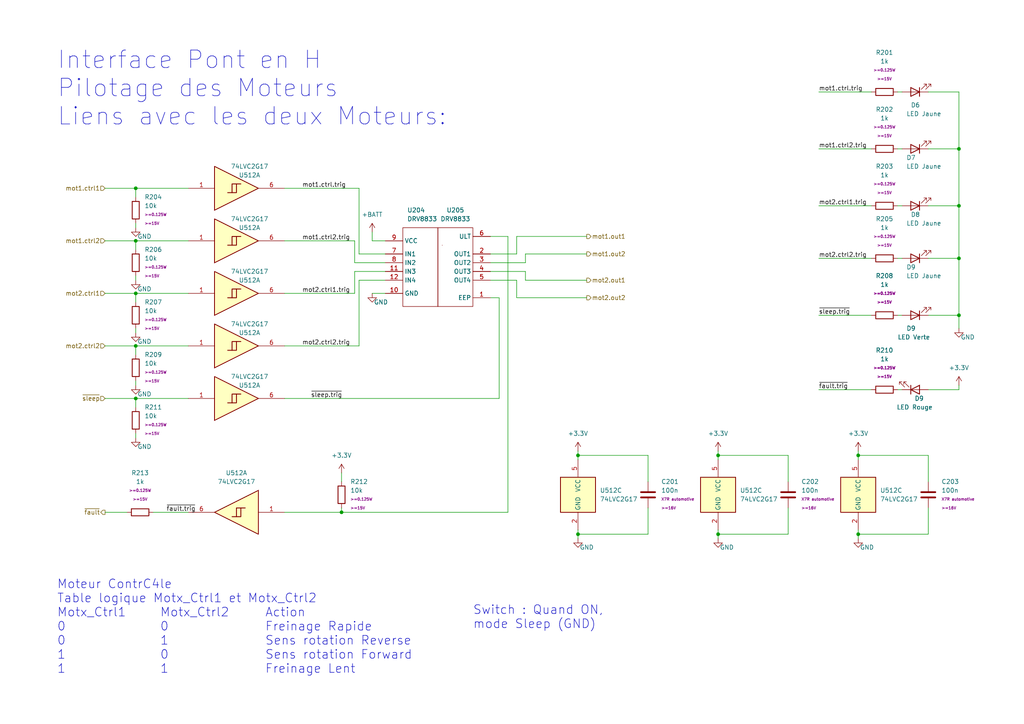
<source format=kicad_sch>
(kicad_sch (version 20230121) (generator eeschema)
  (paper "A4")
  (lib_symbols
    (symbol "0lib:DRV8833_EVM_IN"
      (property "Reference" "U202" (at -6.35 2.54 0))
      (property "Value" "DRV8833" (at -6.35 0 0))
      (symbol "DRV8833_EVM_IN_0_1"
        (rectangle (start -10.16 -2.54) (end 0 -25.4))
        (rectangle (start 1.27 -7.62) (end 1.27 -7.62))
      )
      (symbol "DRV8833_EVM_IN_1_1"
        (pin power_in line (at -15.24 -21.59 0) (length 5.08) (name "GND") (number "10"))
        (pin input line (at -15.24 -15.24 0) (length 5.08) (name "IN3") (number "11"))
        (pin input line (at -15.24 -17.78 0) (length 5.08) (name "IN4") (number "12"))
        (pin input line (at -15.24 -10.16 0) (length 5.08) (name "IN1") (number "7"))
        (pin input line (at -15.24 -12.7 0) (length 5.08) (name "IN2") (number "8"))
        (pin power_in line (at -15.24 -6.35 0) (length 5.08) (name "VCC") (number "9"))
      )
    )
    (symbol "0lib:DRV8833_EVM_OUT"
      (property "Reference" "U202" (at 5.08 2.54 0))
      (property "Value" "DRV8833" (at 5.08 0 0))
      (symbol "DRV8833_EVM_OUT_0_1"
        (rectangle (start 0 -2.54) (end 10.16 -25.4))
        (rectangle (start 1.27 -7.62) (end 1.27 -7.62))
      )
      (symbol "DRV8833_EVM_OUT_1_1"
        (pin input line (at 15.24 -22.86 180) (length 5.08) (name "EEP") (number "1"))
        (pin output line (at 15.24 -10.16 180) (length 5.08) (name "OUT1") (number "2"))
        (pin output line (at 15.24 -12.7 180) (length 5.08) (name "OUT2") (number "3"))
        (pin output line (at 15.24 -15.24 180) (length 5.08) (name "OUT3") (number "4"))
        (pin output line (at 15.24 -17.78 180) (length 5.08) (name "OUT4") (number "5"))
        (pin output line (at 15.24 -5.08 180) (length 5.08) (name "ULT") (number "6"))
      )
    )
    (symbol "74xGxx:74LVC2G17"
      (property "Reference" "U" (at -1.27 7.62 0))
      (property "Value" "74LVC2G17" (at 2.54 -7.62 0))
      (symbol "74LVC2G17_1_1"
        (polyline (pts (xy -2.54 1.27) (xy -1.27 1.27) (xy -1.27 -1.27)) (stroke (width 0.254)) (fill (type background)))
        (polyline (pts (xy -7.62 6.35) (xy -7.62 -6.35) (xy 5.08 0) (xy -7.62 6.35)) (stroke (width 0.254)) (fill (type background)))
        (polyline (pts (xy -3.81 1.27) (xy -2.54 1.27) (xy -2.54 -1.27) (xy 0 -1.27)) (stroke (width 0.254)) (fill (type background)))
        (pin input line (at -15.24 0 0) (length 7.62) (name "~") (number "1"))
        (pin output line (at 12.7 0 180) (length 7.62) (name "~") (number "6"))
      )
      (symbol "74LVC2G17_2_1"
        (polyline (pts (xy -2.54 1.27) (xy -1.27 1.27) (xy -1.27 -1.27)) (stroke (width 0.254)) (fill (type background)))
        (polyline (pts (xy -7.62 6.35) (xy -7.62 -6.35) (xy 5.08 0) (xy -7.62 6.35)) (stroke (width 0.254)) (fill (type background)))
        (polyline (pts (xy -3.81 1.27) (xy -2.54 1.27) (xy -2.54 -1.27) (xy 0 -1.27)) (stroke (width 0.254)) (fill (type background)))
        (pin input line (at -15.24 0 0) (length 7.62) (name "~") (number "3"))
        (pin output line (at 12.7 0 180) (length 7.62) (name "~") (number "4"))
      )
      (symbol "74LVC2G17_3_0"
        (rectangle (start -5.08 -5.08) (end 5.08 5.08) (stroke (width 0.254)) (fill (type background)))
      )
      (symbol "74LVC2G17_3_1"
        (pin power_in line (at 0 -10.16 90) (length 5.08) (name "GND") (number "2"))
        (pin power_in line (at 0 10.16 270) (length 5.08) (name "VCC") (number "5"))
      )
    )
    (symbol "Device:C" (pin_numbers hide) (pin_names (offset 0.254))
      (property "Reference" "C" (at 0.635 2.54 0))
      (property "Value" "C" (at 0.635 -2.54 0))
      (symbol "C_0_1"
        (polyline (pts (xy -2.032 -0.762) (xy 2.032 -0.762)) (stroke (width 0.508)))
        (polyline (pts (xy -2.032 0.762) (xy 2.032 0.762)) (stroke (width 0.508)))
      )
      (symbol "C_1_1"
        (pin passive line (at 0 3.81 270) (length 2.794) (name "~") (number "1"))
        (pin passive line (at 0 -3.81 90) (length 2.794) (name "~") (number "2"))
      )
    )
    (symbol "Device:LED" (pin_numbers hide) (pin_names (offset 1.016) hide)
      (property "Reference" "D" (at 0 2.54 0))
      (property "Value" "LED" (at 0 -2.54 0))
      (symbol "LED_0_1"
        (polyline (pts (xy -1.27 -1.27) (xy -1.27 1.27)) (stroke (width 0.254)))
        (polyline (pts (xy -1.27 0) (xy 1.27 0)))
        (polyline (pts (xy 1.27 -1.27) (xy 1.27 1.27) (xy -1.27 0) (xy 1.27 -1.27)) (stroke (width 0.254)))
        (polyline (pts (xy -3.048 -0.762) (xy -4.572 -2.286) (xy -3.81 -2.286) (xy -4.572 -2.286) (xy -4.572 -1.524)))
        (polyline (pts (xy -1.778 -0.762) (xy -3.302 -2.286) (xy -2.54 -2.286) (xy -3.302 -2.286) (xy -3.302 -1.524)))
      )
      (symbol "LED_1_1"
        (pin passive line (at -3.81 0 0) (length 2.54) (name "K") (number "1"))
        (pin passive line (at 3.81 0 180) (length 2.54) (name "A") (number "2"))
      )
    )
    (symbol "Device:R" (pin_numbers hide) (pin_names (offset 0))
      (property "Reference" "R" (at 2.032 0 90))
      (property "Value" "R" (at 0 0 90))
      (symbol "R_0_1"
        (rectangle (start -1.016 -2.54) (end 1.016 2.54) (stroke (width 0.254)))
      )
      (symbol "R_1_1"
        (pin passive line (at 0 3.81 270) (length 1.27) (name "~") (number "1"))
        (pin passive line (at 0 -3.81 90) (length 1.27) (name "~") (number "2"))
      )
    )
    (symbol "power:+3.3V" (power) (pin_names (offset 0))
      (property "Value" "+3.3V" (at 0 3.556 0))
      (symbol "+3.3V_0_1"
        (polyline (pts (xy -0.762 1.27) (xy 0 2.54)))
        (polyline (pts (xy 0 0) (xy 0 2.54)))
        (polyline (pts (xy 0 2.54) (xy 0.762 1.27)))
      )
      (symbol "+3.3V_1_1"
        (pin power_in line (at 0 0 90) (length 0) hide (name "+3.3V") (number "1"))
      )
    )
    (symbol "power:+BATT" (power) (pin_names (offset 0))
      (property "Value" "+BATT" (at 0 3.556 0))
      (symbol "+BATT_0_1"
        (polyline (pts (xy -0.762 1.27) (xy 0 2.54)))
        (polyline (pts (xy 0 0) (xy 0 2.54)))
        (polyline (pts (xy 0 2.54) (xy 0.762 1.27)))
      )
      (symbol "+BATT_1_1"
        (pin power_in line (at 0 0 90) (length 0) hide (name "+BATT") (number "1"))
      )
    )
    (symbol "power:GND" (power) (pin_names (offset 0))
      (property "Value" "GND" (at 0 -3.81 0))
      (symbol "GND_0_1"
        (polyline (pts (xy 0 0) (xy 0 -1.27) (xy 1.27 -1.27) (xy 0 -2.54) (xy -1.27 -1.27) (xy 0 -1.27)))
      )
      (symbol "GND_1_1"
        (pin power_in line (at 0 0 270) (length 0) hide (name "GND") (number "1"))
      )
    )
  )
  (junction (at 248.92 132.08))
  (junction (at 278.13 43.18))
  (junction (at 278.13 74.93))
  (junction (at 39.37 85.09))
  (junction (at 39.37 69.85))
  (junction (at 167.64 132.08))
  (junction (at 278.13 91.44))
  (junction (at 39.37 115.57))
  (junction (at 208.28 132.08))
  (junction (at 248.92 154.94))
  (junction (at 99.06 148.59))
  (junction (at 39.37 100.33))
  (junction (at 167.64 154.94))
  (junction (at 39.37 54.61))
  (junction (at 208.28 154.94))
  (junction (at 278.13 59.69))
  (wire (pts (xy 269.24 91.44) (xy 278.13 91.44)))
  (wire (pts (xy 142.24 81.28) (xy 149.86 81.28)))
  (wire (pts (xy 208.28 154.94) (xy 208.28 156.21)))
  (wire (pts (xy 278.13 43.18) (xy 278.13 59.69)))
  (wire (pts (xy 152.4 76.2) (xy 152.4 73.66)))
  (wire (pts (xy 208.28 153.67) (xy 208.28 154.94)))
  (wire (pts (xy 260.35 43.18) (xy 261.62 43.18)))
  (wire (pts (xy 99.06 137.16) (xy 99.06 139.7)))
  (wire (pts (xy 269.24 43.18) (xy 278.13 43.18)))
  (wire (pts (xy 44.45 148.59) (xy 54.61 148.59)))
  (wire (pts (xy 269.24 59.69) (xy 278.13 59.69)))
  (wire (pts (xy 187.96 139.7) (xy 187.96 132.08)))
  (wire (pts (xy 237.49 74.93) (xy 252.73 74.93)))
  (wire (pts (xy 39.37 85.09) (xy 39.37 87.63)))
  (wire (pts (xy 39.37 110.49) (xy 39.37 111.76)))
  (wire (pts (xy 278.13 91.44) (xy 278.13 95.25)))
  (wire (pts (xy 269.24 147.32) (xy 269.24 154.94)))
  (wire (pts (xy 111.76 73.66) (xy 104.14 73.66)))
  (wire (pts (xy 149.86 81.28) (xy 149.86 86.36)))
  (wire (pts (xy 107.95 67.31) (xy 107.95 69.85)))
  (wire (pts (xy 237.49 26.67) (xy 252.73 26.67)))
  (wire (pts (xy 260.35 74.93) (xy 261.62 74.93)))
  (wire (pts (xy 39.37 54.61) (xy 39.37 57.15)))
  (wire (pts (xy 208.28 130.81) (xy 208.28 132.08)))
  (wire (pts (xy 39.37 69.85) (xy 39.37 72.39)))
  (wire (pts (xy 260.35 113.03) (xy 261.62 113.03)))
  (wire (pts (xy 142.24 78.74) (xy 152.4 78.74)))
  (wire (pts (xy 167.64 154.94) (xy 167.64 156.21)))
  (wire (pts (xy 228.6 147.32) (xy 228.6 154.94)))
  (wire (pts (xy 82.55 85.09) (xy 102.87 85.09)))
  (wire (pts (xy 39.37 64.77) (xy 39.37 66.04)))
  (wire (pts (xy 30.48 85.09) (xy 39.37 85.09)))
  (wire (pts (xy 167.64 132.08) (xy 167.64 133.35)))
  (wire (pts (xy 111.76 78.74) (xy 102.87 78.74)))
  (wire (pts (xy 111.76 85.09) (xy 107.95 85.09)))
  (wire (pts (xy 30.48 115.57) (xy 39.37 115.57)))
  (wire (pts (xy 248.92 154.94) (xy 248.92 156.21)))
  (wire (pts (xy 39.37 95.25) (xy 39.37 96.52)))
  (wire (pts (xy 167.64 153.67) (xy 167.64 154.94)))
  (wire (pts (xy 142.24 76.2) (xy 152.4 76.2)))
  (wire (pts (xy 149.86 68.58) (xy 170.18 68.58)))
  (wire (pts (xy 82.55 148.59) (xy 99.06 148.59)))
  (wire (pts (xy 82.55 69.85) (xy 102.87 69.85)))
  (wire (pts (xy 39.37 85.09) (xy 54.61 85.09)))
  (wire (pts (xy 269.24 113.03) (xy 278.13 113.03)))
  (wire (pts (xy 104.14 81.28) (xy 104.14 100.33)))
  (wire (pts (xy 149.86 73.66) (xy 149.86 68.58)))
  (wire (pts (xy 82.55 100.33) (xy 104.14 100.33)))
  (wire (pts (xy 30.48 54.61) (xy 39.37 54.61)))
  (wire (pts (xy 269.24 139.7) (xy 269.24 132.08)))
  (wire (pts (xy 152.4 78.74) (xy 152.4 81.28)))
  (wire (pts (xy 278.13 113.03) (xy 278.13 111.76)))
  (wire (pts (xy 39.37 69.85) (xy 54.61 69.85)))
  (wire (pts (xy 111.76 76.2) (xy 102.87 76.2)))
  (wire (pts (xy 102.87 78.74) (xy 102.87 85.09)))
  (wire (pts (xy 228.6 132.08) (xy 208.28 132.08)))
  (wire (pts (xy 248.92 132.08) (xy 248.92 133.35)))
  (wire (pts (xy 102.87 76.2) (xy 102.87 69.85)))
  (wire (pts (xy 152.4 81.28) (xy 170.18 81.28)))
  (wire (pts (xy 278.13 26.67) (xy 278.13 43.18)))
  (wire (pts (xy 39.37 115.57) (xy 39.37 118.11)))
  (wire (pts (xy 39.37 54.61) (xy 54.61 54.61)))
  (wire (pts (xy 248.92 154.94) (xy 269.24 154.94)))
  (wire (pts (xy 237.49 59.69) (xy 252.73 59.69)))
  (wire (pts (xy 269.24 26.67) (xy 278.13 26.67)))
  (wire (pts (xy 30.48 69.85) (xy 39.37 69.85)))
  (wire (pts (xy 187.96 147.32) (xy 187.96 154.94)))
  (wire (pts (xy 278.13 74.93) (xy 278.13 91.44)))
  (wire (pts (xy 269.24 132.08) (xy 248.92 132.08)))
  (wire (pts (xy 228.6 139.7) (xy 228.6 132.08)))
  (wire (pts (xy 248.92 153.67) (xy 248.92 154.94)))
  (wire (pts (xy 39.37 115.57) (xy 54.61 115.57)))
  (wire (pts (xy 260.35 59.69) (xy 261.62 59.69)))
  (wire (pts (xy 30.48 100.33) (xy 39.37 100.33)))
  (wire (pts (xy 237.49 43.18) (xy 252.73 43.18)))
  (wire (pts (xy 82.55 115.57) (xy 144.78 115.57)))
  (wire (pts (xy 39.37 100.33) (xy 54.61 100.33)))
  (wire (pts (xy 142.24 68.58) (xy 147.32 68.58)))
  (wire (pts (xy 99.06 148.59) (xy 147.32 148.59)))
  (wire (pts (xy 260.35 91.44) (xy 261.62 91.44)))
  (wire (pts (xy 269.24 74.93) (xy 278.13 74.93)))
  (wire (pts (xy 248.92 130.81) (xy 248.92 132.08)))
  (wire (pts (xy 111.76 81.28) (xy 104.14 81.28)))
  (wire (pts (xy 111.76 69.85) (xy 107.95 69.85)))
  (wire (pts (xy 39.37 100.33) (xy 39.37 102.87)))
  (wire (pts (xy 39.37 80.01) (xy 39.37 81.28)))
  (wire (pts (xy 149.86 86.36) (xy 170.18 86.36)))
  (wire (pts (xy 187.96 132.08) (xy 167.64 132.08)))
  (wire (pts (xy 104.14 54.61) (xy 104.14 73.66)))
  (wire (pts (xy 208.28 132.08) (xy 208.28 133.35)))
  (wire (pts (xy 142.24 73.66) (xy 149.86 73.66)))
  (wire (pts (xy 237.49 91.44) (xy 252.73 91.44)))
  (wire (pts (xy 147.32 148.59) (xy 147.32 68.58)))
  (wire (pts (xy 144.78 86.36) (xy 144.78 115.57)))
  (wire (pts (xy 237.49 113.03) (xy 252.73 113.03)))
  (wire (pts (xy 39.37 125.73) (xy 39.37 127)))
  (wire (pts (xy 99.06 147.32) (xy 99.06 148.59)))
  (wire (pts (xy 260.35 26.67) (xy 261.62 26.67)))
  (wire (pts (xy 208.28 154.94) (xy 228.6 154.94)))
  (wire (pts (xy 278.13 59.69) (xy 278.13 74.93)))
  (wire (pts (xy 36.83 148.59) (xy 30.48 148.59)))
  (wire (pts (xy 167.64 154.94) (xy 187.96 154.94)))
  (wire (pts (xy 82.55 54.61) (xy 104.14 54.61)))
  (wire (pts (xy 152.4 73.66) (xy 170.18 73.66)))
  (wire (pts (xy 167.64 130.81) (xy 167.64 132.08)))
  (wire (pts (xy 142.24 86.36) (xy 144.78 86.36)))
  (text "Moteur ContrC4le\nTable logique Motx_Ctrl1 et Motx_Ctrl2\nMotx_Ctrl1	Motx_Ctrl2	Action\n0			0			Freinage Rapide\n0			1			Sens rotation Reverse\n1			0			Sens rotation Forward\n1			1			Freinage Lent\n" (at 16.51 195.58 0) (effects (font (size 2.54 2.54)) (justify left bottom)))
  (text "Switch : Quand ON,\nmode Sleep (GND)\n\n" (at 137.16 186.69 0) (effects (font (size 2.54 2.54)) (justify left bottom)))
  (text "Interface Pont en H\nPilotage des Moteurs\nLiens avec les deux Moteurs:\n" (at 16.51 36.83 0) (effects (font (size 5.08 5.08)) (justify left bottom)))
  (label "mot1.ctrl.trig" (at 237.49 26.67 0))
  (label "~{sleep.trig}" (at 237.49 91.44 0))
  (label "~{sleep.trig}" (at 90.17 115.57 0))
  (label "mot2.ctrl2.trig" (at 87.63 100.33 0))
  (label "mot2.ctrl1.trig" (at 237.49 59.69 0))
  (label "mot1.ctrl2.trig" (at 87.63 69.85 0))
  (label "mot1.ctrl.trig" (at 87.63 54.61 0))
  (label "~{fault.trig}" (at 237.49 113.03 0))
  (label "~{fault.trig}" (at 48.26 148.59 0))
  (label "mot1.ctrl2.trig" (at 237.49 43.18 0))
  (label "mot2.ctrl2.trig" (at 237.49 74.93 0))
  (label "mot2.ctrl1.trig" (at 87.63 85.09 0))
  (hierarchical_label "mot2.out1" (shape output) (at 170.18 81.28 0))
  (hierarchical_label "mot1.out2" (shape output) (at 170.18 73.66 0))
  (hierarchical_label "mot2.ctrl2" (shape input) (at 30.48 100.33 180))
  (hierarchical_label "~{sleep}" (shape input) (at 30.48 115.57 180))
  (hierarchical_label "mot1.ctrl2" (shape input) (at 30.48 69.85 180))
  (hierarchical_label "~{fault}" (shape output) (at 30.48 148.59 180))
  (hierarchical_label "mot2.out2" (shape output) (at 170.18 86.36 0))
  (hierarchical_label "mot1.ctrl1" (shape input) (at 30.48 54.61 180))
  (hierarchical_label "mot2.ctrl1" (shape input) (at 30.48 85.09 180))
  (hierarchical_label "mot1.out1" (shape output) (at 170.18 68.58 0))
  (symbol (lib_id "power:GND") (at 167.64 156.21 0) (unit 1)
    (property "Reference" "#PWR015" (effects hide))
    (property "Value" "GND" (at 170.18 158.75 0))
    (instances (project "Projet 3eme Annee - ROBOT" (path "" (reference "#PWR015") (unit 1))) (project "robot-5A" (path "" (reference "#PWR0214") (unit 1)) (path "" (reference "#PWR0518") (unit 1)) (path "" (reference "#PWR0528") (unit 1)) (path "" (reference "#PWR0538") (unit 1)) (path "" (reference "#PWR0573") (unit 1)) (path "" (reference "#PWR0558") (unit 1)) (path "" (reference "#PWR0568") (unit 1))) (project "Schema Racine" (path "" (reference "#PWR07") (unit 1)) (path "" (reference "#PWR046") (unit 1))))
  )
  (symbol (lib_id "power:GND") (at 39.37 81.28 0) (unit 1)
    (property "Reference" "#PWR015" (effects hide))
    (property "Value" "GND" (at 41.91 83.82 0))
    (instances (project "Projet 3eme Annee - ROBOT" (path "" (reference "#PWR015") (unit 1))) (project "robot-5A" (path "" (reference "#PWR0203") (unit 1))) (project "Schema Racine" (path "" (reference "#PWR07") (unit 1)) (path "" (reference "#PWR046") (unit 1))))
  )
  (symbol (lib_id "0lib:DRV8833_EVM_IN") (at 127 63.5 0) (unit 1)
    (property "Reference" "U204" (at 118.11 60.96 0) (effects (justify left)))
    (property "Value" "DRV8833" (at 118.11 63.5 0) (effects (justify left)))
    (property "Footprint" "0package:DVR8833_EVM_IN" (effects hide))
    (property "Datasheet" "https://www.ti.com/lit/ds/symlink/drv8833.pdf" (effects hide))
    (property "LCSC" "C40877" (effects hide))
    (property "Package" "1x06 Pin Headers" (effects hide))
  )
  (symbol (lib_id "Device:LED") (at 265.43 113.03 0) (mirror x) (unit 1)
    (property "Reference" "D9" (at 267.97 115.57 0) (effects (justify right)))
    (property "Value" "LED Rouge" (at 270.51 118.11 0) (effects (justify right)))
    (property "Footprint" "LED_SMD:LED_0805_2012Metric" (effects hide))
    (property "Datasheet" "https://www.farnell.com/datasheets/2046343.pdf" (effects hide))
    (property "Manufacturer" "KINGBRIGHT ELECTRONIC" (effects hide))
    (property "MPN" " KP-2012SURCK" (effects hide))
    (property "Package" "0805" (effects hide))
    (property "LCSC" "C84256" (effects hide))
    (property "Value 2" "5mA<=I<=40mA" (effects hide))
    (instances (project "Projet 3eme Annee - ROBOT" (path "" (reference "D9") (unit 1))) (project "robot-5A" (path "" (reference "D109") (unit 1)) (path "" (reference "D206") (unit 1))) (project "Schema Racine" (path "" (reference "D11") (unit 1)) (path "" (reference "D3") (unit 1))) (project "s8" (path "" (reference "D1") (unit 1))))
  )
  (symbol (lib_id "74xGxx:74LVC2G17") (at 69.85 54.61 0) (mirror x) (unit 1)
    (property "Reference" "U512" (at 72.39 50.8 0))
    (property "Value" "74LVC2G17" (at 72.39 48.26 0))
    (property "Footprint" "Package_TO_SOT_SMD:SOT-23-6" (effects hide))
    (property "Datasheet" "https://datasheet.lcsc.com/lcsc/1809200013_Texas-Instruments-SN74LVC2G17DBVR_C10429.pdf" (effects hide))
    (property "MPN" "SN74LVC2G17DBVR" (effects hide))
    (property "Manufacturer" "Texas Instruments" (effects hide))
    (property "Package" "SOT-23-6" (effects hide))
    (property "LCSC" "C10429" (effects hide))
    (instances (project "robot-5A" (path "" (reference "U512") (unit 1)) (path "" (reference "U522") (unit 1)) (path "" (reference "U532") (unit 1)) (path "" (reference "U542") (unit 1)) (path "" (reference "U552") (unit 1)) (path "" (reference "U562") (unit 1)) (path "" (reference "U201") (unit 1))))
  )
  (symbol (lib_id "Device:R") (at 39.37 106.68 0) (unit 1)
    (property "Reference" "R209" (at 41.91 102.87 0) (effects (justify left)))
    (property "Value" "10k" (at 41.91 105.41 0) (effects (justify left)))
    (property "Footprint" "Resistor_SMD:R_0805_2012Metric" (effects hide))
    (property "Value 2" ">=0.125W" (at 41.91 107.95 0) (effects (font (size 0.8 0.8)) (justify left)))
    (property "Value 3" ">=15V" (at 41.91 110.49 0) (effects (font (size 0.8 0.8)) (justify left)))
    (property "Manufacturer" "KOA or Vishay or PANASONIC" (effects hide))
    (property "Tolerance" "<=1%" (effects hide))
    (property "Package" "0805" (effects hide))
    (property "LCSC" "C17414" (effects hide))
  )
  (symbol (lib_id "power:+3.3V") (at 99.06 137.16 0) (unit 1)
    (property "Reference" "#PWR0213" (effects hide))
    (property "Value" "+3.3V" (at 99.06 132.08 0))
  )
  (symbol (lib_id "Device:LED") (at 265.43 91.44 180) (unit 1)
    (property "Reference" "D9" (at 262.89 95.25 0) (effects (justify right)))
    (property "Value" "LED Verte" (at 260.35 97.79 0) (effects (justify right)))
    (property "Footprint" "LED_SMD:LED_0805_2012Metric" (effects hide))
    (property "Datasheet" "https://www.tme.eu/Document/06331f07aeeed70c95bb214d39335b9f/KP-2012MGC.pdf" (effects hide))
    (property "Manufacturer" "KINGBRIGHT ELECTRONIC" (effects hide))
    (property "MPN" "KP-2012MGC" (effects hide))
    (property "Package" "0805" (effects hide))
    (property "LCSC" "C2297" (effects hide))
    (property "Value 2" "5mA<=I<=40mA" (effects hide))
    (instances (project "Projet 3eme Annee - ROBOT" (path "" (reference "D9") (unit 1))) (project "robot-5A" (path "" (reference "D109") (unit 1)) (path "" (reference "D205") (unit 1))) (project "Schema Racine" (path "" (reference "D11") (unit 1)) (path "" (reference "D3") (unit 1))) (project "s8" (path "" (reference "D1") (unit 1))))
  )
  (symbol (lib_id "Device:R") (at 256.54 26.67 90) (unit 1)
    (property "Reference" "R201" (at 256.54 15.24 90))
    (property "Value" "1k" (at 256.54 17.78 90))
    (property "Footprint" "Resistor_SMD:R_0805_2012Metric" (effects hide))
    (property "Value 2" ">=0.125W" (at 256.54 20.32 90) (effects (font (size 0.8 0.8))))
    (property "Value 3" ">=15V" (at 256.54 22.86 90) (effects (font (size 0.8 0.8))))
    (property "Manufacturer" "KOA or Vishay or PANASONIC" (effects hide))
    (property "Tolerance" "<=1%" (effects hide))
    (property "Package" "0805" (effects hide))
    (property "LCSC" "C17513" (effects hide))
  )
  (symbol (lib_id "74xGxx:74LVC2G17") (at 208.28 143.51 0) (unit 3)
    (property "Reference" "U512" (at 214.63 142.24 0) (effects (justify left)))
    (property "Value" "74LVC2G17" (at 214.63 144.78 0) (effects (justify left)))
    (property "Footprint" "Package_TO_SOT_SMD:SOT-23-6" (effects hide))
    (property "Datasheet" "https://datasheet.lcsc.com/lcsc/1809200013_Texas-Instruments-SN74LVC2G17DBVR_C10429.pdf" (effects hide))
    (property "MPN" "SN74LVC2G17DBVR" (effects hide))
    (property "Manufacturer" "Texas Instruments" (effects hide))
    (property "Package" "SOT-23-6" (effects hide))
    (property "LCSC" "C10429" (effects hide))
    (instances (project "robot-5A" (path "" (reference "U512") (unit 3)) (path "" (reference "U522") (unit 3)) (path "" (reference "U532") (unit 3)) (path "" (reference "U542") (unit 3)) (path "" (reference "U552") (unit 3)) (path "" (reference "U562") (unit 3)) (path "" (reference "U202") (unit 3))))
  )
  (symbol (lib_id "74xGxx:74LVC2G17") (at 248.92 143.51 0) (unit 3)
    (property "Reference" "U512" (at 255.27 142.24 0) (effects (justify left)))
    (property "Value" "74LVC2G17" (at 255.27 144.78 0) (effects (justify left)))
    (property "Footprint" "Package_TO_SOT_SMD:SOT-23-6" (effects hide))
    (property "Datasheet" "https://datasheet.lcsc.com/lcsc/1809200013_Texas-Instruments-SN74LVC2G17DBVR_C10429.pdf" (effects hide))
    (property "MPN" "SN74LVC2G17DBVR" (effects hide))
    (property "Manufacturer" "Texas Instruments" (effects hide))
    (property "Package" "SOT-23-6" (effects hide))
    (property "LCSC" "C10429" (effects hide))
    (instances (project "robot-5A" (path "" (reference "U512") (unit 3)) (path "" (reference "U522") (unit 3)) (path "" (reference "U532") (unit 3)) (path "" (reference "U542") (unit 3)) (path "" (reference "U552") (unit 3)) (path "" (reference "U562") (unit 3)) (path "" (reference "U203") (unit 3))))
  )
  (symbol (lib_id "74xGxx:74LVC2G17") (at 69.85 115.57 0) (mirror x) (unit 1)
    (property "Reference" "U512" (at 72.39 111.76 0))
    (property "Value" "74LVC2G17" (at 72.39 109.22 0))
    (property "Footprint" "Package_TO_SOT_SMD:SOT-23-6" (effects hide))
    (property "Datasheet" "https://datasheet.lcsc.com/lcsc/1809200013_Texas-Instruments-SN74LVC2G17DBVR_C10429.pdf" (effects hide))
    (property "MPN" "SN74LVC2G17DBVR" (effects hide))
    (property "Manufacturer" "Texas Instruments" (effects hide))
    (property "Package" "SOT-23-6" (effects hide))
    (property "LCSC" "C10429" (effects hide))
    (instances (project "robot-5A" (path "" (reference "U512") (unit 1)) (path "" (reference "U522") (unit 1)) (path "" (reference "U532") (unit 1)) (path "" (reference "U542") (unit 1)) (path "" (reference "U552") (unit 1)) (path "" (reference "U562") (unit 1)) (path "" (reference "U203") (unit 2))))
  )
  (symbol (lib_id "power:GND") (at 107.95 85.09 0) (unit 1)
    (property "Reference" "#PWR015" (effects hide))
    (property "Value" "GND" (at 110.49 87.63 0))
    (instances (project "Projet 3eme Annee - ROBOT" (path "" (reference "#PWR015") (unit 1))) (project "robot-5A" (path "" (reference "#PWR0204") (unit 1))) (project "Schema Racine" (path "" (reference "#PWR07") (unit 1)) (path "" (reference "#PWR046") (unit 1))))
  )
  (symbol (lib_id "power:GND") (at 278.13 95.25 0) (unit 1)
    (property "Reference" "#PWR015" (effects hide))
    (property "Value" "GND" (at 280.67 97.79 0))
    (instances (project "Projet 3eme Annee - ROBOT" (path "" (reference "#PWR015") (unit 1))) (project "robot-5A" (path "" (reference "#PWR0205") (unit 1))) (project "Schema Racine" (path "" (reference "#PWR07") (unit 1)) (path "" (reference "#PWR046") (unit 1))))
  )
  (symbol (lib_id "Device:R") (at 256.54 91.44 90) (unit 1)
    (property "Reference" "R208" (at 256.54 80.01 90))
    (property "Value" "1k" (at 256.54 82.55 90))
    (property "Footprint" "Resistor_SMD:R_0805_2012Metric" (effects hide))
    (property "Value 2" ">=0.125W" (at 256.54 85.09 90) (effects (font (size 0.8 0.8))))
    (property "Value 3" ">=15V" (at 256.54 87.63 90) (effects (font (size 0.8 0.8))))
    (property "Manufacturer" "KOA or Vishay or PANASONIC" (effects hide))
    (property "Tolerance" "<=1%" (effects hide))
    (property "Package" "0805" (effects hide))
    (property "LCSC" "C17513" (effects hide))
  )
  (symbol (lib_id "Device:R") (at 39.37 91.44 0) (unit 1)
    (property "Reference" "R207" (at 41.91 87.63 0) (effects (justify left)))
    (property "Value" "10k" (at 41.91 90.17 0) (effects (justify left)))
    (property "Footprint" "Resistor_SMD:R_0805_2012Metric" (effects hide))
    (property "Value 2" ">=0.125W" (at 41.91 92.71 0) (effects (font (size 0.8 0.8)) (justify left)))
    (property "Value 3" ">=15V" (at 41.91 95.25 0) (effects (font (size 0.8 0.8)) (justify left)))
    (property "Manufacturer" "KOA or Vishay or PANASONIC" (effects hide))
    (property "Tolerance" "<=1%" (effects hide))
    (property "Package" "0805" (effects hide))
    (property "LCSC" "C17414" (effects hide))
  )
  (symbol (lib_id "power:GND") (at 39.37 66.04 0) (unit 1)
    (property "Reference" "#PWR015" (effects hide))
    (property "Value" "GND" (at 41.91 68.58 0))
    (instances (project "Projet 3eme Annee - ROBOT" (path "" (reference "#PWR015") (unit 1))) (project "robot-5A" (path "" (reference "#PWR0201") (unit 1))) (project "Schema Racine" (path "" (reference "#PWR07") (unit 1)) (path "" (reference "#PWR046") (unit 1))))
  )
  (symbol (lib_id "74xGxx:74LVC2G17") (at 69.85 85.09 0) (mirror x) (unit 1)
    (property "Reference" "U512" (at 72.39 81.28 0))
    (property "Value" "74LVC2G17" (at 72.39 78.74 0))
    (property "Footprint" "Package_TO_SOT_SMD:SOT-23-6" (effects hide))
    (property "Datasheet" "https://datasheet.lcsc.com/lcsc/1809200013_Texas-Instruments-SN74LVC2G17DBVR_C10429.pdf" (effects hide))
    (property "MPN" "SN74LVC2G17DBVR" (effects hide))
    (property "Manufacturer" "Texas Instruments" (effects hide))
    (property "Package" "SOT-23-6" (effects hide))
    (property "LCSC" "C10429" (effects hide))
    (instances (project "robot-5A" (path "" (reference "U512") (unit 1)) (path "" (reference "U522") (unit 1)) (path "" (reference "U532") (unit 1)) (path "" (reference "U542") (unit 1)) (path "" (reference "U552") (unit 1)) (path "" (reference "U562") (unit 1)) (path "" (reference "U202") (unit 1))))
  )
  (symbol (lib_id "74xGxx:74LVC2G17") (at 67.31 148.59 0) (mirror y) (unit 1)
    (property "Reference" "U512" (at 68.58 137.16 0))
    (property "Value" "74LVC2G17" (at 68.58 139.7 0))
    (property "Footprint" "Package_TO_SOT_SMD:SOT-23-6" (effects hide))
    (property "Datasheet" "https://datasheet.lcsc.com/lcsc/1809200013_Texas-Instruments-SN74LVC2G17DBVR_C10429.pdf" (effects hide))
    (property "MPN" "SN74LVC2G17DBVR" (effects hide))
    (property "Manufacturer" "Texas Instruments" (effects hide))
    (property "Package" "SOT-23-6" (effects hide))
    (property "LCSC" "C10429" (effects hide))
    (instances (project "robot-5A" (path "" (reference "U512") (unit 1)) (path "" (reference "U522") (unit 1)) (path "" (reference "U532") (unit 1)) (path "" (reference "U542") (unit 1)) (path "" (reference "U552") (unit 1)) (path "" (reference "U562") (unit 1)) (path "" (reference "U203") (unit 1))))
  )
  (symbol (lib_id "74xGxx:74LVC2G17") (at 167.64 143.51 0) (unit 3)
    (property "Reference" "U512" (at 173.99 142.24 0) (effects (justify left)))
    (property "Value" "74LVC2G17" (at 173.99 144.78 0) (effects (justify left)))
    (property "Footprint" "Package_TO_SOT_SMD:SOT-23-6" (effects hide))
    (property "Datasheet" "https://datasheet.lcsc.com/lcsc/1809200013_Texas-Instruments-SN74LVC2G17DBVR_C10429.pdf" (effects hide))
    (property "MPN" "SN74LVC2G17DBVR" (effects hide))
    (property "Manufacturer" "Texas Instruments" (effects hide))
    (property "Package" "SOT-23-6" (effects hide))
    (property "LCSC" "C10429" (effects hide))
    (instances (project "robot-5A" (path "" (reference "U512") (unit 3)) (path "" (reference "U522") (unit 3)) (path "" (reference "U532") (unit 3)) (path "" (reference "U542") (unit 3)) (path "" (reference "U552") (unit 3)) (path "" (reference "U562") (unit 3)) (path "" (reference "U201") (unit 3))))
  )
  (symbol (lib_id "power:+BATT") (at 107.95 67.31 0) (unit 1)
    (property "Reference" "#PWR0202" (effects hide))
    (property "Value" "+BATT" (at 107.95 62.23 0))
  )
  (symbol (lib_id "Device:R") (at 256.54 59.69 90) (unit 1)
    (property "Reference" "R203" (at 256.54 48.26 90))
    (property "Value" "1k" (at 256.54 50.8 90))
    (property "Footprint" "Resistor_SMD:R_0805_2012Metric" (effects hide))
    (property "Value 2" ">=0.125W" (at 256.54 53.34 90) (effects (font (size 0.8 0.8))))
    (property "Value 3" ">=15V" (at 256.54 55.88 90) (effects (font (size 0.8 0.8))))
    (property "Manufacturer" "KOA or Vishay or PANASONIC" (effects hide))
    (property "Tolerance" "<=1%" (effects hide))
    (property "Package" "0805" (effects hide))
    (property "LCSC" "C17513" (effects hide))
  )
  (symbol (lib_id "74xGxx:74LVC2G17") (at 69.85 69.85 0) (mirror x) (unit 1)
    (property "Reference" "U512" (at 72.39 66.04 0))
    (property "Value" "74LVC2G17" (at 72.39 63.5 0))
    (property "Footprint" "Package_TO_SOT_SMD:SOT-23-6" (effects hide))
    (property "Datasheet" "https://datasheet.lcsc.com/lcsc/1809200013_Texas-Instruments-SN74LVC2G17DBVR_C10429.pdf" (effects hide))
    (property "MPN" "SN74LVC2G17DBVR" (effects hide))
    (property "Manufacturer" "Texas Instruments" (effects hide))
    (property "Package" "SOT-23-6" (effects hide))
    (property "LCSC" "C10429" (effects hide))
    (instances (project "robot-5A" (path "" (reference "U512") (unit 1)) (path "" (reference "U522") (unit 1)) (path "" (reference "U532") (unit 1)) (path "" (reference "U542") (unit 1)) (path "" (reference "U552") (unit 1)) (path "" (reference "U562") (unit 1)) (path "" (reference "U201") (unit 2))))
  )
  (symbol (lib_id "power:+3.3V") (at 167.64 130.81 0) (unit 1)
    (property "Reference" "#PWR0210" (effects hide))
    (property "Value" "+3.3V" (at 167.64 125.73 0))
    (instances (project "robot-5A" (path "" (reference "#PWR0210") (unit 1)) (path "" (reference "#PWR0514") (unit 1)) (path "" (reference "#PWR0524") (unit 1)) (path "" (reference "#PWR0534") (unit 1)) (path "" (reference "#PWR0544") (unit 1)) (path "" (reference "#PWR0554") (unit 1)) (path "" (reference "#PWR0564") (unit 1))))
  )
  (symbol (lib_id "Device:R") (at 39.37 121.92 0) (unit 1)
    (property "Reference" "R211" (at 41.91 118.11 0) (effects (justify left)))
    (property "Value" "10k" (at 41.91 120.65 0) (effects (justify left)))
    (property "Footprint" "Resistor_SMD:R_0805_2012Metric" (effects hide))
    (property "Value 2" ">=0.125W" (at 41.91 123.19 0) (effects (font (size 0.8 0.8)) (justify left)))
    (property "Value 3" ">=15V" (at 41.91 125.73 0) (effects (font (size 0.8 0.8)) (justify left)))
    (property "Manufacturer" "KOA or Vishay or PANASONIC" (effects hide))
    (property "Tolerance" "<=1%" (effects hide))
    (property "Package" "0805" (effects hide))
    (property "LCSC" "C17414" (effects hide))
  )
  (symbol (lib_id "power:+3.3V") (at 248.92 130.81 0) (unit 1)
    (property "Reference" "#PWR0212" (effects hide))
    (property "Value" "+3.3V" (at 248.92 125.73 0))
    (instances (project "robot-5A" (path "" (reference "#PWR0212") (unit 1)) (path "" (reference "#PWR0514") (unit 1)) (path "" (reference "#PWR0524") (unit 1)) (path "" (reference "#PWR0534") (unit 1)) (path "" (reference "#PWR0544") (unit 1)) (path "" (reference "#PWR0554") (unit 1)) (path "" (reference "#PWR0564") (unit 1))))
  )
  (symbol (lib_id "Device:LED") (at 265.43 26.67 180) (unit 1)
    (property "Reference" "D6" (at 264.16 30.48 0) (effects (justify right)))
    (property "Value" "LED Jaune" (at 262.89 33.02 0) (effects (justify right)))
    (property "Footprint" "LED_SMD:LED_0805_2012Metric" (effects hide))
    (property "Datasheet" "https://www.farnell.com/datasheets/2045820.pdf" (effects hide))
    (property "Manufacturer" "KINGBRIGHT ELECTRONIC" (effects hide))
    (property "MPN" "KP-2012SYCK" (effects hide))
    (property "Package" "0805" (effects hide))
    (property "LCSC" "C2296" (effects hide))
    (property "Value 2" "5mA<=I<=40mA" (effects hide))
    (instances (project "Projet 3eme Annee - ROBOT" (path "" (reference "D6") (unit 1))) (project "robot-5A" (path "" (reference "D106") (unit 1)) (path "" (reference "D201") (unit 1))) (project "Schema Racine" (path "" (reference "D8") (unit 1)) (path "" (reference "D3") (unit 1))) (project "s8" (path "" (reference "D1") (unit 1))))
  )
  (symbol (lib_id "Device:LED") (at 265.43 59.69 180) (unit 1)
    (property "Reference" "D8" (at 264.16 62.23 0) (effects (justify right)))
    (property "Value" "LED Jaune" (at 262.89 64.77 0) (effects (justify right)))
    (property "Footprint" "LED_SMD:LED_0805_2012Metric" (effects hide))
    (property "Datasheet" "https://www.farnell.com/datasheets/2045820.pdf" (effects hide))
    (property "Manufacturer" "KINGBRIGHT ELECTRONIC" (effects hide))
    (property "MPN" "KP-2012SYCK" (effects hide))
    (property "Package" "0805" (effects hide))
    (property "LCSC" "C2296" (effects hide))
    (property "Value 2" "5mA<=I<=40mA" (effects hide))
    (instances (project "Projet 3eme Annee - ROBOT" (path "" (reference "D8") (unit 1))) (project "robot-5A" (path "" (reference "D108") (unit 1)) (path "" (reference "D203") (unit 1))) (project "Schema Racine" (path "" (reference "D10") (unit 1)) (path "" (reference "D3") (unit 1))) (project "s8" (path "" (reference "D1") (unit 1))))
  )
  (symbol (lib_id "Device:C") (at 187.96 143.51 0) (unit 1)
    (property "Reference" "C201" (at 191.77 139.7 0) (effects (justify left)))
    (property "Value" "100n" (at 191.77 142.24 0) (effects (justify left)))
    (property "Footprint" "Capacitor_SMD:C_0805_2012Metric" (effects hide))
    (property "Value 2" "X7R automotive" (at 191.77 144.78 0) (effects (font (size 0.8 0.8)) (justify left)))
    (property "Value 3" ">=16V" (at 191.77 147.32 0) (effects (font (size 0.8 0.8)) (justify left)))
    (property "Manufacturer" "Kyocera or Samsung" (effects hide))
    (property "Tolerance" "<=10%" (effects hide))
    (property "Package" "0805" (effects hide))
    (property "LCSC" "C28233" (effects hide))
    (instances (project "robot-5A" (path "" (reference "C201") (unit 1)) (path "" (reference "C102") (unit 1)) (path "" (reference "C513") (unit 1)) (path "" (reference "C523") (unit 1)) (path "" (reference "C533") (unit 1)) (path "" (reference "C543") (unit 1)) (path "" (reference "C553") (unit 1)) (path "" (reference "C563") (unit 1))))
  )
  (symbol (lib_id "Device:LED") (at 265.43 43.18 180) (unit 1)
    (property "Reference" "D7" (at 262.89 45.72 0) (effects (justify right)))
    (property "Value" "LED Jaune" (at 262.89 48.26 0) (effects (justify right)))
    (property "Footprint" "LED_SMD:LED_0805_2012Metric" (effects hide))
    (property "Datasheet" "https://www.farnell.com/datasheets/2045820.pdf" (effects hide))
    (property "Manufacturer" "KINGBRIGHT ELECTRONIC" (effects hide))
    (property "MPN" "KP-2012SYCK" (effects hide))
    (property "Package" "0805" (effects hide))
    (property "LCSC" "C2296" (effects hide))
    (property "Value 2" "5mA<=I<=40mA" (effects hide))
    (instances (project "Projet 3eme Annee - ROBOT" (path "" (reference "D7") (unit 1))) (project "robot-5A" (path "" (reference "D107") (unit 1)) (path "" (reference "D202") (unit 1))) (project "Schema Racine" (path "" (reference "D9") (unit 1)) (path "" (reference "D3") (unit 1))) (project "s8" (path "" (reference "D1") (unit 1))))
  )
  (symbol (lib_id "74xGxx:74LVC2G17") (at 69.85 100.33 0) (mirror x) (unit 1)
    (property "Reference" "U512" (at 72.39 96.52 0))
    (property "Value" "74LVC2G17" (at 72.39 93.98 0))
    (property "Footprint" "Package_TO_SOT_SMD:SOT-23-6" (effects hide))
    (property "Datasheet" "https://datasheet.lcsc.com/lcsc/1809200013_Texas-Instruments-SN74LVC2G17DBVR_C10429.pdf" (effects hide))
    (property "MPN" "SN74LVC2G17DBVR" (effects hide))
    (property "Manufacturer" "Texas Instruments" (effects hide))
    (property "Package" "SOT-23-6" (effects hide))
    (property "LCSC" "C10429" (effects hide))
    (instances (project "robot-5A" (path "" (reference "U512") (unit 1)) (path "" (reference "U522") (unit 1)) (path "" (reference "U532") (unit 1)) (path "" (reference "U542") (unit 1)) (path "" (reference "U552") (unit 1)) (path "" (reference "U562") (unit 1)) (path "" (reference "U202") (unit 2))))
  )
  (symbol (lib_id "Device:R") (at 39.37 76.2 0) (unit 1)
    (property "Reference" "R206" (at 41.91 72.39 0) (effects (justify left)))
    (property "Value" "10k" (at 41.91 74.93 0) (effects (justify left)))
    (property "Footprint" "Resistor_SMD:R_0805_2012Metric" (effects hide))
    (property "Value 2" ">=0.125W" (at 41.91 77.47 0) (effects (font (size 0.8 0.8)) (justify left)))
    (property "Value 3" ">=15V" (at 41.91 80.01 0) (effects (font (size 0.8 0.8)) (justify left)))
    (property "Manufacturer" "KOA or Vishay or PANASONIC" (effects hide))
    (property "Tolerance" "<=1%" (effects hide))
    (property "Package" "0805" (effects hide))
    (property "LCSC" "C17414" (effects hide))
  )
  (symbol (lib_id "Device:LED") (at 265.43 74.93 180) (unit 1)
    (property "Reference" "D9" (at 262.89 77.47 0) (effects (justify right)))
    (property "Value" "LED Jaune" (at 262.89 80.01 0) (effects (justify right)))
    (property "Footprint" "LED_SMD:LED_0805_2012Metric" (effects hide))
    (property "Datasheet" "https://www.farnell.com/datasheets/2045820.pdf" (effects hide))
    (property "Manufacturer" "KINGBRIGHT ELECTRONIC" (effects hide))
    (property "MPN" "KP-2012SYCK" (effects hide))
    (property "Package" "0805" (effects hide))
    (property "LCSC" "C2296" (effects hide))
    (property "Value 2" "5mA<=I<=40mA" (effects hide))
    (instances (project "Projet 3eme Annee - ROBOT" (path "" (reference "D9") (unit 1))) (project "robot-5A" (path "" (reference "D109") (unit 1)) (path "" (reference "D204") (unit 1))) (project "Schema Racine" (path "" (reference "D11") (unit 1)) (path "" (reference "D3") (unit 1))) (project "s8" (path "" (reference "D1") (unit 1))))
  )
  (symbol (lib_id "Device:R") (at 256.54 113.03 90) (unit 1)
    (property "Reference" "R210" (at 256.54 101.6 90))
    (property "Value" "1k" (at 256.54 104.14 90))
    (property "Footprint" "Resistor_SMD:R_0805_2012Metric" (effects hide))
    (property "Value 2" ">=0.125W" (at 256.54 106.68 90) (effects (font (size 0.8 0.8))))
    (property "Value 3" ">=15V" (at 256.54 109.22 90) (effects (font (size 0.8 0.8))))
    (property "Manufacturer" "KOA or Vishay or PANASONIC" (effects hide))
    (property "Tolerance" "<=1%" (effects hide))
    (property "Package" "0805" (effects hide))
    (property "LCSC" "C17513" (effects hide))
  )
  (symbol (lib_id "power:+3.3V") (at 278.13 111.76 0) (unit 1)
    (property "Reference" "#PWR0208" (effects hide))
    (property "Value" "+3.3V" (at 278.13 106.68 0))
  )
  (symbol (lib_id "power:GND") (at 208.28 156.21 0) (unit 1)
    (property "Reference" "#PWR015" (effects hide))
    (property "Value" "GND" (at 210.82 158.75 0))
    (instances (project "Projet 3eme Annee - ROBOT" (path "" (reference "#PWR015") (unit 1))) (project "robot-5A" (path "" (reference "#PWR0215") (unit 1)) (path "" (reference "#PWR0518") (unit 1)) (path "" (reference "#PWR0528") (unit 1)) (path "" (reference "#PWR0538") (unit 1)) (path "" (reference "#PWR0573") (unit 1)) (path "" (reference "#PWR0558") (unit 1)) (path "" (reference "#PWR0568") (unit 1))) (project "Schema Racine" (path "" (reference "#PWR07") (unit 1)) (path "" (reference "#PWR046") (unit 1))))
  )
  (symbol (lib_id "Device:R") (at 40.64 148.59 90) (unit 1)
    (property "Reference" "R213" (at 40.64 137.16 90))
    (property "Value" "1k" (at 40.64 139.7 90))
    (property "Footprint" "Resistor_SMD:R_0805_2012Metric" (effects hide))
    (property "Value 2" ">=0.125W" (at 40.64 142.24 90) (effects (font (size 0.8 0.8))))
    (property "Value 3" ">=15V" (at 40.64 144.78 90) (effects (font (size 0.8 0.8))))
    (property "Manufacturer" "KOA or Vishay or PANASONIC" (effects hide))
    (property "Tolerance" "<=1%" (effects hide))
    (property "Package" "0805" (effects hide))
    (property "LCSC" "C17513" (effects hide))
  )
  (symbol (lib_id "Device:C") (at 269.24 143.51 0) (unit 1)
    (property "Reference" "C203" (at 273.05 139.7 0) (effects (justify left)))
    (property "Value" "100n" (at 273.05 142.24 0) (effects (justify left)))
    (property "Footprint" "Capacitor_SMD:C_0805_2012Metric" (effects hide))
    (property "Value 2" "X7R automotive" (at 273.05 144.78 0) (effects (font (size 0.8 0.8)) (justify left)))
    (property "Value 3" ">=16V" (at 273.05 147.32 0) (effects (font (size 0.8 0.8)) (justify left)))
    (property "Manufacturer" "Kyocera or Samsung" (effects hide))
    (property "Tolerance" "<=10%" (effects hide))
    (property "Package" "0805" (effects hide))
    (property "LCSC" "C28233" (effects hide))
    (instances (project "robot-5A" (path "" (reference "C203") (unit 1)) (path "" (reference "C102") (unit 1)) (path "" (reference "C513") (unit 1)) (path "" (reference "C523") (unit 1)) (path "" (reference "C533") (unit 1)) (path "" (reference "C543") (unit 1)) (path "" (reference "C553") (unit 1)) (path "" (reference "C563") (unit 1))))
  )
  (symbol (lib_id "Device:R") (at 256.54 74.93 90) (unit 1)
    (property "Reference" "R205" (at 256.54 63.5 90))
    (property "Value" "1k" (at 256.54 66.04 90))
    (property "Footprint" "Resistor_SMD:R_0805_2012Metric" (effects hide))
    (property "Value 2" ">=0.125W" (at 256.54 68.58 90) (effects (font (size 0.8 0.8))))
    (property "Value 3" ">=15V" (at 256.54 71.12 90) (effects (font (size 0.8 0.8))))
    (property "Manufacturer" "KOA or Vishay or PANASONIC" (effects hide))
    (property "Tolerance" "<=1%" (effects hide))
    (property "Package" "0805" (effects hide))
    (property "LCSC" "C17513" (effects hide))
  )
  (symbol (lib_id "Device:C") (at 228.6 143.51 0) (unit 1)
    (property "Reference" "C202" (at 232.41 139.7 0) (effects (justify left)))
    (property "Value" "100n" (at 232.41 142.24 0) (effects (justify left)))
    (property "Footprint" "Capacitor_SMD:C_0805_2012Metric" (effects hide))
    (property "Value 2" "X7R automotive" (at 232.41 144.78 0) (effects (font (size 0.8 0.8)) (justify left)))
    (property "Value 3" ">=16V" (at 232.41 147.32 0) (effects (font (size 0.8 0.8)) (justify left)))
    (property "Manufacturer" "Kyocera or Samsung" (effects hide))
    (property "Tolerance" "<=10%" (effects hide))
    (property "Package" "0805" (effects hide))
    (property "LCSC" "C28233" (effects hide))
    (instances (project "robot-5A" (path "" (reference "C202") (unit 1)) (path "" (reference "C102") (unit 1)) (path "" (reference "C513") (unit 1)) (path "" (reference "C523") (unit 1)) (path "" (reference "C533") (unit 1)) (path "" (reference "C543") (unit 1)) (path "" (reference "C553") (unit 1)) (path "" (reference "C563") (unit 1))))
  )
  (symbol (lib_id "0lib:DRV8833_EVM_OUT") (at 127 63.5 0) (unit 1)
    (property "Reference" "U205" (at 132.08 60.96 0))
    (property "Value" "DRV8833" (at 132.08 63.5 0))
    (property "Footprint" "0package:DVR8833_EVM_OUT" (effects hide))
    (property "Datasheet" "https://www.ti.com/lit/ds/symlink/drv8833.pdf" (effects hide))
    (property "LCSC" "C40877" (effects hide))
    (property "Package" "1x06 Pin Headers" (effects hide))
  )
  (symbol (lib_id "Device:R") (at 256.54 43.18 90) (unit 1)
    (property "Reference" "R202" (at 256.54 31.75 90))
    (property "Value" "1k" (at 256.54 34.29 90))
    (property "Footprint" "Resistor_SMD:R_0805_2012Metric" (effects hide))
    (property "Value 2" ">=0.125W" (at 256.54 36.83 90) (effects (font (size 0.8 0.8))))
    (property "Value 3" ">=15V" (at 256.54 39.37 90) (effects (font (size 0.8 0.8))))
    (property "Manufacturer" "KOA or Vishay or PANASONIC" (effects hide))
    (property "Tolerance" "<=1%" (effects hide))
    (property "Package" "0805" (effects hide))
    (property "LCSC" "C17513" (effects hide))
  )
  (symbol (lib_id "power:GND") (at 39.37 111.76 0) (unit 1)
    (property "Reference" "#PWR015" (effects hide))
    (property "Value" "GND" (at 41.91 114.3 0))
    (instances (project "Projet 3eme Annee - ROBOT" (path "" (reference "#PWR015") (unit 1))) (project "robot-5A" (path "" (reference "#PWR0207") (unit 1))) (project "Schema Racine" (path "" (reference "#PWR07") (unit 1)) (path "" (reference "#PWR046") (unit 1))))
  )
  (symbol (lib_id "Device:R") (at 99.06 143.51 0) (unit 1)
    (property "Reference" "R212" (at 101.6 139.7 0) (effects (justify left)))
    (property "Value" "10k" (at 101.6 142.24 0) (effects (justify left)))
    (property "Footprint" "Resistor_SMD:R_0805_2012Metric" (effects hide))
    (property "Value 2" ">=0.125W" (at 101.6 144.78 0) (effects (font (size 0.8 0.8)) (justify left)))
    (property "Value 3" ">=15V" (at 101.6 147.32 0) (effects (font (size 0.8 0.8)) (justify left)))
    (property "Manufacturer" "KOA or Vishay or PANASONIC" (effects hide))
    (property "Tolerance" "<=1%" (effects hide))
    (property "Package" "0805" (effects hide))
    (property "LCSC" "C17414" (effects hide))
  )
  (symbol (lib_id "power:+3.3V") (at 208.28 130.81 0) (unit 1)
    (property "Reference" "#PWR0211" (effects hide))
    (property "Value" "+3.3V" (at 208.28 125.73 0))
    (instances (project "robot-5A" (path "" (reference "#PWR0211") (unit 1)) (path "" (reference "#PWR0514") (unit 1)) (path "" (reference "#PWR0524") (unit 1)) (path "" (reference "#PWR0534") (unit 1)) (path "" (reference "#PWR0544") (unit 1)) (path "" (reference "#PWR0554") (unit 1)) (path "" (reference "#PWR0564") (unit 1))))
  )
  (symbol (lib_id "power:GND") (at 39.37 96.52 0) (unit 1)
    (property "Reference" "#PWR015" (effects hide))
    (property "Value" "GND" (at 41.91 99.06 0))
    (instances (project "Projet 3eme Annee - ROBOT" (path "" (reference "#PWR015") (unit 1))) (project "robot-5A" (path "" (reference "#PWR0206") (unit 1))) (project "Schema Racine" (path "" (reference "#PWR07") (unit 1)) (path "" (reference "#PWR046") (unit 1))))
  )
  (symbol (lib_id "power:GND") (at 39.37 127 0) (unit 1)
    (property "Reference" "#PWR015" (effects hide))
    (property "Value" "GND" (at 41.91 129.54 0))
    (instances (project "Projet 3eme Annee - ROBOT" (path "" (reference "#PWR015") (unit 1))) (project "robot-5A" (path "" (reference "#PWR0209") (unit 1))) (project "Schema Racine" (path "" (reference "#PWR07") (unit 1)) (path "" (reference "#PWR046") (unit 1))))
  )
  (symbol (lib_id "Device:R") (at 39.37 60.96 0) (unit 1)
    (property "Reference" "R204" (at 41.91 57.15 0) (effects (justify left)))
    (property "Value" "10k" (at 41.91 59.69 0) (effects (justify left)))
    (property "Footprint" "Resistor_SMD:R_0805_2012Metric" (effects hide))
    (property "Value 2" ">=0.125W" (at 41.91 62.23 0) (effects (font (size 0.8 0.8)) (justify left)))
    (property "Value 3" ">=15V" (at 41.91 64.77 0) (effects (font (size 0.8 0.8)) (justify left)))
    (property "Manufacturer" "KOA or Vishay or PANASONIC" (effects hide))
    (property "Tolerance" "<=1%" (effects hide))
    (property "Package" "0805" (effects hide))
    (property "LCSC" "C17414" (effects hide))
  )
  (symbol (lib_id "power:GND") (at 248.92 156.21 0) (unit 1)
    (property "Reference" "#PWR015" (effects hide))
    (property "Value" "GND" (at 251.46 158.75 0))
    (instances (project "Projet 3eme Annee - ROBOT" (path "" (reference "#PWR015") (unit 1))) (project "robot-5A" (path "" (reference "#PWR0216") (unit 1)) (path "" (reference "#PWR0518") (unit 1)) (path "" (reference "#PWR0528") (unit 1)) (path "" (reference "#PWR0538") (unit 1)) (path "" (reference "#PWR0573") (unit 1)) (path "" (reference "#PWR0558") (unit 1)) (path "" (reference "#PWR0568") (unit 1))) (project "Schema Racine" (path "" (reference "#PWR07") (unit 1)) (path "" (reference "#PWR046") (unit 1))))
  )
)
</source>
